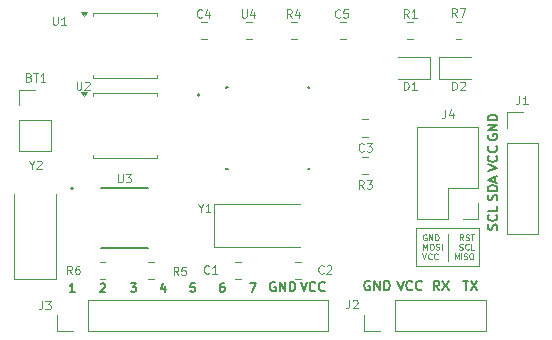
<source format=gto>
%TF.GenerationSoftware,KiCad,Pcbnew,8.0.7*%
%TF.CreationDate,2025-02-10T19:55:19+01:00*%
%TF.ProjectId,0004-MCU-Datalogger,30303034-2d4d-4435-952d-446174616c6f,1*%
%TF.SameCoordinates,Original*%
%TF.FileFunction,Legend,Top*%
%TF.FilePolarity,Positive*%
%FSLAX46Y46*%
G04 Gerber Fmt 4.6, Leading zero omitted, Abs format (unit mm)*
G04 Created by KiCad (PCBNEW 8.0.7) date 2025-02-10 19:55:19*
%MOMM*%
%LPD*%
G01*
G04 APERTURE LIST*
%ADD10C,0.100000*%
%ADD11C,0.150000*%
%ADD12C,0.120000*%
%ADD13C,0.127000*%
%ADD14C,0.200000*%
G04 APERTURE END LIST*
D10*
X156718000Y-78359000D02*
X162052000Y-78359000D01*
X162052000Y-81534000D01*
X156718000Y-81534000D01*
X156718000Y-78359000D01*
X159385000Y-78867000D02*
X159385000Y-81153000D01*
D11*
X132566667Y-83006533D02*
X133000000Y-83006533D01*
X133000000Y-83006533D02*
X132766667Y-83273200D01*
X132766667Y-83273200D02*
X132866667Y-83273200D01*
X132866667Y-83273200D02*
X132933333Y-83306533D01*
X132933333Y-83306533D02*
X132966667Y-83339866D01*
X132966667Y-83339866D02*
X133000000Y-83406533D01*
X133000000Y-83406533D02*
X133000000Y-83573200D01*
X133000000Y-83573200D02*
X132966667Y-83639866D01*
X132966667Y-83639866D02*
X132933333Y-83673200D01*
X132933333Y-83673200D02*
X132866667Y-83706533D01*
X132866667Y-83706533D02*
X132666667Y-83706533D01*
X132666667Y-83706533D02*
X132600000Y-83673200D01*
X132600000Y-83673200D02*
X132566667Y-83639866D01*
X137966667Y-83006533D02*
X137633333Y-83006533D01*
X137633333Y-83006533D02*
X137600000Y-83339866D01*
X137600000Y-83339866D02*
X137633333Y-83306533D01*
X137633333Y-83306533D02*
X137700000Y-83273200D01*
X137700000Y-83273200D02*
X137866667Y-83273200D01*
X137866667Y-83273200D02*
X137933333Y-83306533D01*
X137933333Y-83306533D02*
X137966667Y-83339866D01*
X137966667Y-83339866D02*
X138000000Y-83406533D01*
X138000000Y-83406533D02*
X138000000Y-83573200D01*
X138000000Y-83573200D02*
X137966667Y-83639866D01*
X137966667Y-83639866D02*
X137933333Y-83673200D01*
X137933333Y-83673200D02*
X137866667Y-83706533D01*
X137866667Y-83706533D02*
X137700000Y-83706533D01*
X137700000Y-83706533D02*
X137633333Y-83673200D01*
X137633333Y-83673200D02*
X137600000Y-83639866D01*
X144790476Y-82932390D02*
X144714286Y-82894295D01*
X144714286Y-82894295D02*
X144600000Y-82894295D01*
X144600000Y-82894295D02*
X144485714Y-82932390D01*
X144485714Y-82932390D02*
X144409524Y-83008580D01*
X144409524Y-83008580D02*
X144371429Y-83084771D01*
X144371429Y-83084771D02*
X144333333Y-83237152D01*
X144333333Y-83237152D02*
X144333333Y-83351438D01*
X144333333Y-83351438D02*
X144371429Y-83503819D01*
X144371429Y-83503819D02*
X144409524Y-83580009D01*
X144409524Y-83580009D02*
X144485714Y-83656200D01*
X144485714Y-83656200D02*
X144600000Y-83694295D01*
X144600000Y-83694295D02*
X144676191Y-83694295D01*
X144676191Y-83694295D02*
X144790476Y-83656200D01*
X144790476Y-83656200D02*
X144828572Y-83618104D01*
X144828572Y-83618104D02*
X144828572Y-83351438D01*
X144828572Y-83351438D02*
X144676191Y-83351438D01*
X145171429Y-83694295D02*
X145171429Y-82894295D01*
X145171429Y-82894295D02*
X145628572Y-83694295D01*
X145628572Y-83694295D02*
X145628572Y-82894295D01*
X146009524Y-83694295D02*
X146009524Y-82894295D01*
X146009524Y-82894295D02*
X146200000Y-82894295D01*
X146200000Y-82894295D02*
X146314286Y-82932390D01*
X146314286Y-82932390D02*
X146390476Y-83008580D01*
X146390476Y-83008580D02*
X146428571Y-83084771D01*
X146428571Y-83084771D02*
X146466667Y-83237152D01*
X146466667Y-83237152D02*
X146466667Y-83351438D01*
X146466667Y-83351438D02*
X146428571Y-83503819D01*
X146428571Y-83503819D02*
X146390476Y-83580009D01*
X146390476Y-83580009D02*
X146314286Y-83656200D01*
X146314286Y-83656200D02*
X146200000Y-83694295D01*
X146200000Y-83694295D02*
X146009524Y-83694295D01*
X163556200Y-78452381D02*
X163594295Y-78338095D01*
X163594295Y-78338095D02*
X163594295Y-78147619D01*
X163594295Y-78147619D02*
X163556200Y-78071428D01*
X163556200Y-78071428D02*
X163518104Y-78033333D01*
X163518104Y-78033333D02*
X163441914Y-77995238D01*
X163441914Y-77995238D02*
X163365723Y-77995238D01*
X163365723Y-77995238D02*
X163289533Y-78033333D01*
X163289533Y-78033333D02*
X163251438Y-78071428D01*
X163251438Y-78071428D02*
X163213342Y-78147619D01*
X163213342Y-78147619D02*
X163175247Y-78300000D01*
X163175247Y-78300000D02*
X163137152Y-78376190D01*
X163137152Y-78376190D02*
X163099057Y-78414285D01*
X163099057Y-78414285D02*
X163022866Y-78452381D01*
X163022866Y-78452381D02*
X162946676Y-78452381D01*
X162946676Y-78452381D02*
X162870485Y-78414285D01*
X162870485Y-78414285D02*
X162832390Y-78376190D01*
X162832390Y-78376190D02*
X162794295Y-78300000D01*
X162794295Y-78300000D02*
X162794295Y-78109523D01*
X162794295Y-78109523D02*
X162832390Y-77995238D01*
X163518104Y-77195237D02*
X163556200Y-77233333D01*
X163556200Y-77233333D02*
X163594295Y-77347618D01*
X163594295Y-77347618D02*
X163594295Y-77423809D01*
X163594295Y-77423809D02*
X163556200Y-77538095D01*
X163556200Y-77538095D02*
X163480009Y-77614285D01*
X163480009Y-77614285D02*
X163403819Y-77652380D01*
X163403819Y-77652380D02*
X163251438Y-77690476D01*
X163251438Y-77690476D02*
X163137152Y-77690476D01*
X163137152Y-77690476D02*
X162984771Y-77652380D01*
X162984771Y-77652380D02*
X162908580Y-77614285D01*
X162908580Y-77614285D02*
X162832390Y-77538095D01*
X162832390Y-77538095D02*
X162794295Y-77423809D01*
X162794295Y-77423809D02*
X162794295Y-77347618D01*
X162794295Y-77347618D02*
X162832390Y-77233333D01*
X162832390Y-77233333D02*
X162870485Y-77195237D01*
X163594295Y-76471428D02*
X163594295Y-76852380D01*
X163594295Y-76852380D02*
X162794295Y-76852380D01*
X152790476Y-82832390D02*
X152714286Y-82794295D01*
X152714286Y-82794295D02*
X152600000Y-82794295D01*
X152600000Y-82794295D02*
X152485714Y-82832390D01*
X152485714Y-82832390D02*
X152409524Y-82908580D01*
X152409524Y-82908580D02*
X152371429Y-82984771D01*
X152371429Y-82984771D02*
X152333333Y-83137152D01*
X152333333Y-83137152D02*
X152333333Y-83251438D01*
X152333333Y-83251438D02*
X152371429Y-83403819D01*
X152371429Y-83403819D02*
X152409524Y-83480009D01*
X152409524Y-83480009D02*
X152485714Y-83556200D01*
X152485714Y-83556200D02*
X152600000Y-83594295D01*
X152600000Y-83594295D02*
X152676191Y-83594295D01*
X152676191Y-83594295D02*
X152790476Y-83556200D01*
X152790476Y-83556200D02*
X152828572Y-83518104D01*
X152828572Y-83518104D02*
X152828572Y-83251438D01*
X152828572Y-83251438D02*
X152676191Y-83251438D01*
X153171429Y-83594295D02*
X153171429Y-82794295D01*
X153171429Y-82794295D02*
X153628572Y-83594295D01*
X153628572Y-83594295D02*
X153628572Y-82794295D01*
X154009524Y-83594295D02*
X154009524Y-82794295D01*
X154009524Y-82794295D02*
X154200000Y-82794295D01*
X154200000Y-82794295D02*
X154314286Y-82832390D01*
X154314286Y-82832390D02*
X154390476Y-82908580D01*
X154390476Y-82908580D02*
X154428571Y-82984771D01*
X154428571Y-82984771D02*
X154466667Y-83137152D01*
X154466667Y-83137152D02*
X154466667Y-83251438D01*
X154466667Y-83251438D02*
X154428571Y-83403819D01*
X154428571Y-83403819D02*
X154390476Y-83480009D01*
X154390476Y-83480009D02*
X154314286Y-83556200D01*
X154314286Y-83556200D02*
X154200000Y-83594295D01*
X154200000Y-83594295D02*
X154009524Y-83594295D01*
X158666667Y-83594295D02*
X158400000Y-83213342D01*
X158209524Y-83594295D02*
X158209524Y-82794295D01*
X158209524Y-82794295D02*
X158514286Y-82794295D01*
X158514286Y-82794295D02*
X158590476Y-82832390D01*
X158590476Y-82832390D02*
X158628571Y-82870485D01*
X158628571Y-82870485D02*
X158666667Y-82946676D01*
X158666667Y-82946676D02*
X158666667Y-83060961D01*
X158666667Y-83060961D02*
X158628571Y-83137152D01*
X158628571Y-83137152D02*
X158590476Y-83175247D01*
X158590476Y-83175247D02*
X158514286Y-83213342D01*
X158514286Y-83213342D02*
X158209524Y-83213342D01*
X158933333Y-82794295D02*
X159466667Y-83594295D01*
X159466667Y-82794295D02*
X158933333Y-83594295D01*
X160690476Y-82794295D02*
X161147619Y-82794295D01*
X160919047Y-83594295D02*
X160919047Y-82794295D01*
X161338095Y-82794295D02*
X161871429Y-83594295D01*
X161871429Y-82794295D02*
X161338095Y-83594295D01*
X163556200Y-75971428D02*
X163594295Y-75857142D01*
X163594295Y-75857142D02*
X163594295Y-75666666D01*
X163594295Y-75666666D02*
X163556200Y-75590475D01*
X163556200Y-75590475D02*
X163518104Y-75552380D01*
X163518104Y-75552380D02*
X163441914Y-75514285D01*
X163441914Y-75514285D02*
X163365723Y-75514285D01*
X163365723Y-75514285D02*
X163289533Y-75552380D01*
X163289533Y-75552380D02*
X163251438Y-75590475D01*
X163251438Y-75590475D02*
X163213342Y-75666666D01*
X163213342Y-75666666D02*
X163175247Y-75819047D01*
X163175247Y-75819047D02*
X163137152Y-75895237D01*
X163137152Y-75895237D02*
X163099057Y-75933332D01*
X163099057Y-75933332D02*
X163022866Y-75971428D01*
X163022866Y-75971428D02*
X162946676Y-75971428D01*
X162946676Y-75971428D02*
X162870485Y-75933332D01*
X162870485Y-75933332D02*
X162832390Y-75895237D01*
X162832390Y-75895237D02*
X162794295Y-75819047D01*
X162794295Y-75819047D02*
X162794295Y-75628570D01*
X162794295Y-75628570D02*
X162832390Y-75514285D01*
X163594295Y-75171427D02*
X162794295Y-75171427D01*
X162794295Y-75171427D02*
X162794295Y-74980951D01*
X162794295Y-74980951D02*
X162832390Y-74866665D01*
X162832390Y-74866665D02*
X162908580Y-74790475D01*
X162908580Y-74790475D02*
X162984771Y-74752380D01*
X162984771Y-74752380D02*
X163137152Y-74714284D01*
X163137152Y-74714284D02*
X163251438Y-74714284D01*
X163251438Y-74714284D02*
X163403819Y-74752380D01*
X163403819Y-74752380D02*
X163480009Y-74790475D01*
X163480009Y-74790475D02*
X163556200Y-74866665D01*
X163556200Y-74866665D02*
X163594295Y-74980951D01*
X163594295Y-74980951D02*
X163594295Y-75171427D01*
X163365723Y-74409523D02*
X163365723Y-74028570D01*
X163594295Y-74485713D02*
X162794295Y-74219046D01*
X162794295Y-74219046D02*
X163594295Y-73952380D01*
X127800000Y-83706533D02*
X127400000Y-83706533D01*
X127600000Y-83706533D02*
X127600000Y-83006533D01*
X127600000Y-83006533D02*
X127533333Y-83106533D01*
X127533333Y-83106533D02*
X127466667Y-83173200D01*
X127466667Y-83173200D02*
X127400000Y-83206533D01*
X155133333Y-82794295D02*
X155400000Y-83594295D01*
X155400000Y-83594295D02*
X155666666Y-82794295D01*
X156390476Y-83518104D02*
X156352380Y-83556200D01*
X156352380Y-83556200D02*
X156238095Y-83594295D01*
X156238095Y-83594295D02*
X156161904Y-83594295D01*
X156161904Y-83594295D02*
X156047618Y-83556200D01*
X156047618Y-83556200D02*
X155971428Y-83480009D01*
X155971428Y-83480009D02*
X155933333Y-83403819D01*
X155933333Y-83403819D02*
X155895237Y-83251438D01*
X155895237Y-83251438D02*
X155895237Y-83137152D01*
X155895237Y-83137152D02*
X155933333Y-82984771D01*
X155933333Y-82984771D02*
X155971428Y-82908580D01*
X155971428Y-82908580D02*
X156047618Y-82832390D01*
X156047618Y-82832390D02*
X156161904Y-82794295D01*
X156161904Y-82794295D02*
X156238095Y-82794295D01*
X156238095Y-82794295D02*
X156352380Y-82832390D01*
X156352380Y-82832390D02*
X156390476Y-82870485D01*
X157190476Y-83518104D02*
X157152380Y-83556200D01*
X157152380Y-83556200D02*
X157038095Y-83594295D01*
X157038095Y-83594295D02*
X156961904Y-83594295D01*
X156961904Y-83594295D02*
X156847618Y-83556200D01*
X156847618Y-83556200D02*
X156771428Y-83480009D01*
X156771428Y-83480009D02*
X156733333Y-83403819D01*
X156733333Y-83403819D02*
X156695237Y-83251438D01*
X156695237Y-83251438D02*
X156695237Y-83137152D01*
X156695237Y-83137152D02*
X156733333Y-82984771D01*
X156733333Y-82984771D02*
X156771428Y-82908580D01*
X156771428Y-82908580D02*
X156847618Y-82832390D01*
X156847618Y-82832390D02*
X156961904Y-82794295D01*
X156961904Y-82794295D02*
X157038095Y-82794295D01*
X157038095Y-82794295D02*
X157152380Y-82832390D01*
X157152380Y-82832390D02*
X157190476Y-82870485D01*
X146933333Y-82894295D02*
X147200000Y-83694295D01*
X147200000Y-83694295D02*
X147466666Y-82894295D01*
X148190476Y-83618104D02*
X148152380Y-83656200D01*
X148152380Y-83656200D02*
X148038095Y-83694295D01*
X148038095Y-83694295D02*
X147961904Y-83694295D01*
X147961904Y-83694295D02*
X147847618Y-83656200D01*
X147847618Y-83656200D02*
X147771428Y-83580009D01*
X147771428Y-83580009D02*
X147733333Y-83503819D01*
X147733333Y-83503819D02*
X147695237Y-83351438D01*
X147695237Y-83351438D02*
X147695237Y-83237152D01*
X147695237Y-83237152D02*
X147733333Y-83084771D01*
X147733333Y-83084771D02*
X147771428Y-83008580D01*
X147771428Y-83008580D02*
X147847618Y-82932390D01*
X147847618Y-82932390D02*
X147961904Y-82894295D01*
X147961904Y-82894295D02*
X148038095Y-82894295D01*
X148038095Y-82894295D02*
X148152380Y-82932390D01*
X148152380Y-82932390D02*
X148190476Y-82970485D01*
X148990476Y-83618104D02*
X148952380Y-83656200D01*
X148952380Y-83656200D02*
X148838095Y-83694295D01*
X148838095Y-83694295D02*
X148761904Y-83694295D01*
X148761904Y-83694295D02*
X148647618Y-83656200D01*
X148647618Y-83656200D02*
X148571428Y-83580009D01*
X148571428Y-83580009D02*
X148533333Y-83503819D01*
X148533333Y-83503819D02*
X148495237Y-83351438D01*
X148495237Y-83351438D02*
X148495237Y-83237152D01*
X148495237Y-83237152D02*
X148533333Y-83084771D01*
X148533333Y-83084771D02*
X148571428Y-83008580D01*
X148571428Y-83008580D02*
X148647618Y-82932390D01*
X148647618Y-82932390D02*
X148761904Y-82894295D01*
X148761904Y-82894295D02*
X148838095Y-82894295D01*
X148838095Y-82894295D02*
X148952380Y-82932390D01*
X148952380Y-82932390D02*
X148990476Y-82970485D01*
X140433333Y-83006533D02*
X140300000Y-83006533D01*
X140300000Y-83006533D02*
X140233333Y-83039866D01*
X140233333Y-83039866D02*
X140200000Y-83073200D01*
X140200000Y-83073200D02*
X140133333Y-83173200D01*
X140133333Y-83173200D02*
X140100000Y-83306533D01*
X140100000Y-83306533D02*
X140100000Y-83573200D01*
X140100000Y-83573200D02*
X140133333Y-83639866D01*
X140133333Y-83639866D02*
X140166667Y-83673200D01*
X140166667Y-83673200D02*
X140233333Y-83706533D01*
X140233333Y-83706533D02*
X140366667Y-83706533D01*
X140366667Y-83706533D02*
X140433333Y-83673200D01*
X140433333Y-83673200D02*
X140466667Y-83639866D01*
X140466667Y-83639866D02*
X140500000Y-83573200D01*
X140500000Y-83573200D02*
X140500000Y-83406533D01*
X140500000Y-83406533D02*
X140466667Y-83339866D01*
X140466667Y-83339866D02*
X140433333Y-83306533D01*
X140433333Y-83306533D02*
X140366667Y-83273200D01*
X140366667Y-83273200D02*
X140233333Y-83273200D01*
X140233333Y-83273200D02*
X140166667Y-83306533D01*
X140166667Y-83306533D02*
X140133333Y-83339866D01*
X140133333Y-83339866D02*
X140100000Y-83406533D01*
X135433333Y-83239866D02*
X135433333Y-83706533D01*
X135266667Y-82973200D02*
X135100000Y-83473200D01*
X135100000Y-83473200D02*
X135533333Y-83473200D01*
X130000000Y-83073200D02*
X130033333Y-83039866D01*
X130033333Y-83039866D02*
X130100000Y-83006533D01*
X130100000Y-83006533D02*
X130266667Y-83006533D01*
X130266667Y-83006533D02*
X130333333Y-83039866D01*
X130333333Y-83039866D02*
X130366667Y-83073200D01*
X130366667Y-83073200D02*
X130400000Y-83139866D01*
X130400000Y-83139866D02*
X130400000Y-83206533D01*
X130400000Y-83206533D02*
X130366667Y-83306533D01*
X130366667Y-83306533D02*
X129966667Y-83706533D01*
X129966667Y-83706533D02*
X130400000Y-83706533D01*
D10*
X157577741Y-78879475D02*
X157530122Y-78855665D01*
X157530122Y-78855665D02*
X157458693Y-78855665D01*
X157458693Y-78855665D02*
X157387265Y-78879475D01*
X157387265Y-78879475D02*
X157339646Y-78927094D01*
X157339646Y-78927094D02*
X157315836Y-78974713D01*
X157315836Y-78974713D02*
X157292027Y-79069951D01*
X157292027Y-79069951D02*
X157292027Y-79141379D01*
X157292027Y-79141379D02*
X157315836Y-79236617D01*
X157315836Y-79236617D02*
X157339646Y-79284236D01*
X157339646Y-79284236D02*
X157387265Y-79331856D01*
X157387265Y-79331856D02*
X157458693Y-79355665D01*
X157458693Y-79355665D02*
X157506312Y-79355665D01*
X157506312Y-79355665D02*
X157577741Y-79331856D01*
X157577741Y-79331856D02*
X157601550Y-79308046D01*
X157601550Y-79308046D02*
X157601550Y-79141379D01*
X157601550Y-79141379D02*
X157506312Y-79141379D01*
X157815836Y-79355665D02*
X157815836Y-78855665D01*
X157815836Y-78855665D02*
X158101550Y-79355665D01*
X158101550Y-79355665D02*
X158101550Y-78855665D01*
X158339646Y-79355665D02*
X158339646Y-78855665D01*
X158339646Y-78855665D02*
X158458694Y-78855665D01*
X158458694Y-78855665D02*
X158530122Y-78879475D01*
X158530122Y-78879475D02*
X158577741Y-78927094D01*
X158577741Y-78927094D02*
X158601551Y-78974713D01*
X158601551Y-78974713D02*
X158625360Y-79069951D01*
X158625360Y-79069951D02*
X158625360Y-79141379D01*
X158625360Y-79141379D02*
X158601551Y-79236617D01*
X158601551Y-79236617D02*
X158577741Y-79284236D01*
X158577741Y-79284236D02*
X158530122Y-79331856D01*
X158530122Y-79331856D02*
X158458694Y-79355665D01*
X158458694Y-79355665D02*
X158339646Y-79355665D01*
X157315836Y-80160637D02*
X157315836Y-79660637D01*
X157315836Y-79660637D02*
X157482503Y-80017780D01*
X157482503Y-80017780D02*
X157649169Y-79660637D01*
X157649169Y-79660637D02*
X157649169Y-80160637D01*
X157982503Y-79660637D02*
X158077741Y-79660637D01*
X158077741Y-79660637D02*
X158125360Y-79684447D01*
X158125360Y-79684447D02*
X158172979Y-79732066D01*
X158172979Y-79732066D02*
X158196789Y-79827304D01*
X158196789Y-79827304D02*
X158196789Y-79993970D01*
X158196789Y-79993970D02*
X158172979Y-80089208D01*
X158172979Y-80089208D02*
X158125360Y-80136828D01*
X158125360Y-80136828D02*
X158077741Y-80160637D01*
X158077741Y-80160637D02*
X157982503Y-80160637D01*
X157982503Y-80160637D02*
X157934884Y-80136828D01*
X157934884Y-80136828D02*
X157887265Y-80089208D01*
X157887265Y-80089208D02*
X157863456Y-79993970D01*
X157863456Y-79993970D02*
X157863456Y-79827304D01*
X157863456Y-79827304D02*
X157887265Y-79732066D01*
X157887265Y-79732066D02*
X157934884Y-79684447D01*
X157934884Y-79684447D02*
X157982503Y-79660637D01*
X158387266Y-80136828D02*
X158458694Y-80160637D01*
X158458694Y-80160637D02*
X158577742Y-80160637D01*
X158577742Y-80160637D02*
X158625361Y-80136828D01*
X158625361Y-80136828D02*
X158649170Y-80113018D01*
X158649170Y-80113018D02*
X158672980Y-80065399D01*
X158672980Y-80065399D02*
X158672980Y-80017780D01*
X158672980Y-80017780D02*
X158649170Y-79970161D01*
X158649170Y-79970161D02*
X158625361Y-79946351D01*
X158625361Y-79946351D02*
X158577742Y-79922542D01*
X158577742Y-79922542D02*
X158482504Y-79898732D01*
X158482504Y-79898732D02*
X158434885Y-79874923D01*
X158434885Y-79874923D02*
X158411075Y-79851113D01*
X158411075Y-79851113D02*
X158387266Y-79803494D01*
X158387266Y-79803494D02*
X158387266Y-79755875D01*
X158387266Y-79755875D02*
X158411075Y-79708256D01*
X158411075Y-79708256D02*
X158434885Y-79684447D01*
X158434885Y-79684447D02*
X158482504Y-79660637D01*
X158482504Y-79660637D02*
X158601551Y-79660637D01*
X158601551Y-79660637D02*
X158672980Y-79684447D01*
X158887265Y-80160637D02*
X158887265Y-79660637D01*
X157244408Y-80465609D02*
X157411074Y-80965609D01*
X157411074Y-80965609D02*
X157577741Y-80465609D01*
X158030121Y-80917990D02*
X158006312Y-80941800D01*
X158006312Y-80941800D02*
X157934883Y-80965609D01*
X157934883Y-80965609D02*
X157887264Y-80965609D01*
X157887264Y-80965609D02*
X157815836Y-80941800D01*
X157815836Y-80941800D02*
X157768217Y-80894180D01*
X157768217Y-80894180D02*
X157744407Y-80846561D01*
X157744407Y-80846561D02*
X157720598Y-80751323D01*
X157720598Y-80751323D02*
X157720598Y-80679895D01*
X157720598Y-80679895D02*
X157744407Y-80584657D01*
X157744407Y-80584657D02*
X157768217Y-80537038D01*
X157768217Y-80537038D02*
X157815836Y-80489419D01*
X157815836Y-80489419D02*
X157887264Y-80465609D01*
X157887264Y-80465609D02*
X157934883Y-80465609D01*
X157934883Y-80465609D02*
X158006312Y-80489419D01*
X158006312Y-80489419D02*
X158030121Y-80513228D01*
X158530121Y-80917990D02*
X158506312Y-80941800D01*
X158506312Y-80941800D02*
X158434883Y-80965609D01*
X158434883Y-80965609D02*
X158387264Y-80965609D01*
X158387264Y-80965609D02*
X158315836Y-80941800D01*
X158315836Y-80941800D02*
X158268217Y-80894180D01*
X158268217Y-80894180D02*
X158244407Y-80846561D01*
X158244407Y-80846561D02*
X158220598Y-80751323D01*
X158220598Y-80751323D02*
X158220598Y-80679895D01*
X158220598Y-80679895D02*
X158244407Y-80584657D01*
X158244407Y-80584657D02*
X158268217Y-80537038D01*
X158268217Y-80537038D02*
X158315836Y-80489419D01*
X158315836Y-80489419D02*
X158387264Y-80465609D01*
X158387264Y-80465609D02*
X158434883Y-80465609D01*
X158434883Y-80465609D02*
X158506312Y-80489419D01*
X158506312Y-80489419D02*
X158530121Y-80513228D01*
D11*
X162832390Y-70409523D02*
X162794295Y-70485713D01*
X162794295Y-70485713D02*
X162794295Y-70599999D01*
X162794295Y-70599999D02*
X162832390Y-70714285D01*
X162832390Y-70714285D02*
X162908580Y-70790475D01*
X162908580Y-70790475D02*
X162984771Y-70828570D01*
X162984771Y-70828570D02*
X163137152Y-70866666D01*
X163137152Y-70866666D02*
X163251438Y-70866666D01*
X163251438Y-70866666D02*
X163403819Y-70828570D01*
X163403819Y-70828570D02*
X163480009Y-70790475D01*
X163480009Y-70790475D02*
X163556200Y-70714285D01*
X163556200Y-70714285D02*
X163594295Y-70599999D01*
X163594295Y-70599999D02*
X163594295Y-70523808D01*
X163594295Y-70523808D02*
X163556200Y-70409523D01*
X163556200Y-70409523D02*
X163518104Y-70371427D01*
X163518104Y-70371427D02*
X163251438Y-70371427D01*
X163251438Y-70371427D02*
X163251438Y-70523808D01*
X163594295Y-70028570D02*
X162794295Y-70028570D01*
X162794295Y-70028570D02*
X163594295Y-69571427D01*
X163594295Y-69571427D02*
X162794295Y-69571427D01*
X163594295Y-69190475D02*
X162794295Y-69190475D01*
X162794295Y-69190475D02*
X162794295Y-68999999D01*
X162794295Y-68999999D02*
X162832390Y-68885713D01*
X162832390Y-68885713D02*
X162908580Y-68809523D01*
X162908580Y-68809523D02*
X162984771Y-68771428D01*
X162984771Y-68771428D02*
X163137152Y-68733332D01*
X163137152Y-68733332D02*
X163251438Y-68733332D01*
X163251438Y-68733332D02*
X163403819Y-68771428D01*
X163403819Y-68771428D02*
X163480009Y-68809523D01*
X163480009Y-68809523D02*
X163556200Y-68885713D01*
X163556200Y-68885713D02*
X163594295Y-68999999D01*
X163594295Y-68999999D02*
X163594295Y-69190475D01*
D10*
X160712830Y-79355665D02*
X160546164Y-79117570D01*
X160427116Y-79355665D02*
X160427116Y-78855665D01*
X160427116Y-78855665D02*
X160617592Y-78855665D01*
X160617592Y-78855665D02*
X160665211Y-78879475D01*
X160665211Y-78879475D02*
X160689021Y-78903284D01*
X160689021Y-78903284D02*
X160712830Y-78950903D01*
X160712830Y-78950903D02*
X160712830Y-79022332D01*
X160712830Y-79022332D02*
X160689021Y-79069951D01*
X160689021Y-79069951D02*
X160665211Y-79093760D01*
X160665211Y-79093760D02*
X160617592Y-79117570D01*
X160617592Y-79117570D02*
X160427116Y-79117570D01*
X160903307Y-79331856D02*
X160974735Y-79355665D01*
X160974735Y-79355665D02*
X161093783Y-79355665D01*
X161093783Y-79355665D02*
X161141402Y-79331856D01*
X161141402Y-79331856D02*
X161165211Y-79308046D01*
X161165211Y-79308046D02*
X161189021Y-79260427D01*
X161189021Y-79260427D02*
X161189021Y-79212808D01*
X161189021Y-79212808D02*
X161165211Y-79165189D01*
X161165211Y-79165189D02*
X161141402Y-79141379D01*
X161141402Y-79141379D02*
X161093783Y-79117570D01*
X161093783Y-79117570D02*
X160998545Y-79093760D01*
X160998545Y-79093760D02*
X160950926Y-79069951D01*
X160950926Y-79069951D02*
X160927116Y-79046141D01*
X160927116Y-79046141D02*
X160903307Y-78998522D01*
X160903307Y-78998522D02*
X160903307Y-78950903D01*
X160903307Y-78950903D02*
X160927116Y-78903284D01*
X160927116Y-78903284D02*
X160950926Y-78879475D01*
X160950926Y-78879475D02*
X160998545Y-78855665D01*
X160998545Y-78855665D02*
X161117592Y-78855665D01*
X161117592Y-78855665D02*
X161189021Y-78879475D01*
X161331878Y-78855665D02*
X161617592Y-78855665D01*
X161474735Y-79355665D02*
X161474735Y-78855665D01*
X160379497Y-80136828D02*
X160450925Y-80160637D01*
X160450925Y-80160637D02*
X160569973Y-80160637D01*
X160569973Y-80160637D02*
X160617592Y-80136828D01*
X160617592Y-80136828D02*
X160641401Y-80113018D01*
X160641401Y-80113018D02*
X160665211Y-80065399D01*
X160665211Y-80065399D02*
X160665211Y-80017780D01*
X160665211Y-80017780D02*
X160641401Y-79970161D01*
X160641401Y-79970161D02*
X160617592Y-79946351D01*
X160617592Y-79946351D02*
X160569973Y-79922542D01*
X160569973Y-79922542D02*
X160474735Y-79898732D01*
X160474735Y-79898732D02*
X160427116Y-79874923D01*
X160427116Y-79874923D02*
X160403306Y-79851113D01*
X160403306Y-79851113D02*
X160379497Y-79803494D01*
X160379497Y-79803494D02*
X160379497Y-79755875D01*
X160379497Y-79755875D02*
X160403306Y-79708256D01*
X160403306Y-79708256D02*
X160427116Y-79684447D01*
X160427116Y-79684447D02*
X160474735Y-79660637D01*
X160474735Y-79660637D02*
X160593782Y-79660637D01*
X160593782Y-79660637D02*
X160665211Y-79684447D01*
X161165210Y-80113018D02*
X161141401Y-80136828D01*
X161141401Y-80136828D02*
X161069972Y-80160637D01*
X161069972Y-80160637D02*
X161022353Y-80160637D01*
X161022353Y-80160637D02*
X160950925Y-80136828D01*
X160950925Y-80136828D02*
X160903306Y-80089208D01*
X160903306Y-80089208D02*
X160879496Y-80041589D01*
X160879496Y-80041589D02*
X160855687Y-79946351D01*
X160855687Y-79946351D02*
X160855687Y-79874923D01*
X160855687Y-79874923D02*
X160879496Y-79779685D01*
X160879496Y-79779685D02*
X160903306Y-79732066D01*
X160903306Y-79732066D02*
X160950925Y-79684447D01*
X160950925Y-79684447D02*
X161022353Y-79660637D01*
X161022353Y-79660637D02*
X161069972Y-79660637D01*
X161069972Y-79660637D02*
X161141401Y-79684447D01*
X161141401Y-79684447D02*
X161165210Y-79708256D01*
X161617591Y-80160637D02*
X161379496Y-80160637D01*
X161379496Y-80160637D02*
X161379496Y-79660637D01*
X159974734Y-80965609D02*
X159974734Y-80465609D01*
X159974734Y-80465609D02*
X160141401Y-80822752D01*
X160141401Y-80822752D02*
X160308067Y-80465609D01*
X160308067Y-80465609D02*
X160308067Y-80965609D01*
X160546163Y-80965609D02*
X160546163Y-80465609D01*
X160760449Y-80941800D02*
X160831877Y-80965609D01*
X160831877Y-80965609D02*
X160950925Y-80965609D01*
X160950925Y-80965609D02*
X160998544Y-80941800D01*
X160998544Y-80941800D02*
X161022353Y-80917990D01*
X161022353Y-80917990D02*
X161046163Y-80870371D01*
X161046163Y-80870371D02*
X161046163Y-80822752D01*
X161046163Y-80822752D02*
X161022353Y-80775133D01*
X161022353Y-80775133D02*
X160998544Y-80751323D01*
X160998544Y-80751323D02*
X160950925Y-80727514D01*
X160950925Y-80727514D02*
X160855687Y-80703704D01*
X160855687Y-80703704D02*
X160808068Y-80679895D01*
X160808068Y-80679895D02*
X160784258Y-80656085D01*
X160784258Y-80656085D02*
X160760449Y-80608466D01*
X160760449Y-80608466D02*
X160760449Y-80560847D01*
X160760449Y-80560847D02*
X160784258Y-80513228D01*
X160784258Y-80513228D02*
X160808068Y-80489419D01*
X160808068Y-80489419D02*
X160855687Y-80465609D01*
X160855687Y-80465609D02*
X160974734Y-80465609D01*
X160974734Y-80465609D02*
X161046163Y-80489419D01*
X161355686Y-80465609D02*
X161450924Y-80465609D01*
X161450924Y-80465609D02*
X161498543Y-80489419D01*
X161498543Y-80489419D02*
X161546162Y-80537038D01*
X161546162Y-80537038D02*
X161569972Y-80632276D01*
X161569972Y-80632276D02*
X161569972Y-80798942D01*
X161569972Y-80798942D02*
X161546162Y-80894180D01*
X161546162Y-80894180D02*
X161498543Y-80941800D01*
X161498543Y-80941800D02*
X161450924Y-80965609D01*
X161450924Y-80965609D02*
X161355686Y-80965609D01*
X161355686Y-80965609D02*
X161308067Y-80941800D01*
X161308067Y-80941800D02*
X161260448Y-80894180D01*
X161260448Y-80894180D02*
X161236639Y-80798942D01*
X161236639Y-80798942D02*
X161236639Y-80632276D01*
X161236639Y-80632276D02*
X161260448Y-80537038D01*
X161260448Y-80537038D02*
X161308067Y-80489419D01*
X161308067Y-80489419D02*
X161355686Y-80465609D01*
D11*
X142666667Y-83006533D02*
X143133333Y-83006533D01*
X143133333Y-83006533D02*
X142833333Y-83706533D01*
X162794295Y-73466666D02*
X163594295Y-73199999D01*
X163594295Y-73199999D02*
X162794295Y-72933333D01*
X163518104Y-72209523D02*
X163556200Y-72247619D01*
X163556200Y-72247619D02*
X163594295Y-72361904D01*
X163594295Y-72361904D02*
X163594295Y-72438095D01*
X163594295Y-72438095D02*
X163556200Y-72552381D01*
X163556200Y-72552381D02*
X163480009Y-72628571D01*
X163480009Y-72628571D02*
X163403819Y-72666666D01*
X163403819Y-72666666D02*
X163251438Y-72704762D01*
X163251438Y-72704762D02*
X163137152Y-72704762D01*
X163137152Y-72704762D02*
X162984771Y-72666666D01*
X162984771Y-72666666D02*
X162908580Y-72628571D01*
X162908580Y-72628571D02*
X162832390Y-72552381D01*
X162832390Y-72552381D02*
X162794295Y-72438095D01*
X162794295Y-72438095D02*
X162794295Y-72361904D01*
X162794295Y-72361904D02*
X162832390Y-72247619D01*
X162832390Y-72247619D02*
X162870485Y-72209523D01*
X163518104Y-71409523D02*
X163556200Y-71447619D01*
X163556200Y-71447619D02*
X163594295Y-71561904D01*
X163594295Y-71561904D02*
X163594295Y-71638095D01*
X163594295Y-71638095D02*
X163556200Y-71752381D01*
X163556200Y-71752381D02*
X163480009Y-71828571D01*
X163480009Y-71828571D02*
X163403819Y-71866666D01*
X163403819Y-71866666D02*
X163251438Y-71904762D01*
X163251438Y-71904762D02*
X163137152Y-71904762D01*
X163137152Y-71904762D02*
X162984771Y-71866666D01*
X162984771Y-71866666D02*
X162908580Y-71828571D01*
X162908580Y-71828571D02*
X162832390Y-71752381D01*
X162832390Y-71752381D02*
X162794295Y-71638095D01*
X162794295Y-71638095D02*
X162794295Y-71561904D01*
X162794295Y-71561904D02*
X162832390Y-71447619D01*
X162832390Y-71447619D02*
X162870485Y-71409523D01*
D10*
X160183333Y-60418633D02*
X159950000Y-60085300D01*
X159783333Y-60418633D02*
X159783333Y-59718633D01*
X159783333Y-59718633D02*
X160050000Y-59718633D01*
X160050000Y-59718633D02*
X160116667Y-59751966D01*
X160116667Y-59751966D02*
X160150000Y-59785300D01*
X160150000Y-59785300D02*
X160183333Y-59851966D01*
X160183333Y-59851966D02*
X160183333Y-59951966D01*
X160183333Y-59951966D02*
X160150000Y-60018633D01*
X160150000Y-60018633D02*
X160116667Y-60051966D01*
X160116667Y-60051966D02*
X160050000Y-60085300D01*
X160050000Y-60085300D02*
X159783333Y-60085300D01*
X160416667Y-59718633D02*
X160883333Y-59718633D01*
X160883333Y-59718633D02*
X160583333Y-60418633D01*
X131466666Y-73756633D02*
X131466666Y-74323300D01*
X131466666Y-74323300D02*
X131500000Y-74389966D01*
X131500000Y-74389966D02*
X131533333Y-74423300D01*
X131533333Y-74423300D02*
X131600000Y-74456633D01*
X131600000Y-74456633D02*
X131733333Y-74456633D01*
X131733333Y-74456633D02*
X131800000Y-74423300D01*
X131800000Y-74423300D02*
X131833333Y-74389966D01*
X131833333Y-74389966D02*
X131866666Y-74323300D01*
X131866666Y-74323300D02*
X131866666Y-73756633D01*
X132133333Y-73756633D02*
X132566666Y-73756633D01*
X132566666Y-73756633D02*
X132333333Y-74023300D01*
X132333333Y-74023300D02*
X132433333Y-74023300D01*
X132433333Y-74023300D02*
X132499999Y-74056633D01*
X132499999Y-74056633D02*
X132533333Y-74089966D01*
X132533333Y-74089966D02*
X132566666Y-74156633D01*
X132566666Y-74156633D02*
X132566666Y-74323300D01*
X132566666Y-74323300D02*
X132533333Y-74389966D01*
X132533333Y-74389966D02*
X132499999Y-74423300D01*
X132499999Y-74423300D02*
X132433333Y-74456633D01*
X132433333Y-74456633D02*
X132233333Y-74456633D01*
X132233333Y-74456633D02*
X132166666Y-74423300D01*
X132166666Y-74423300D02*
X132133333Y-74389966D01*
X125966666Y-60418633D02*
X125966666Y-60985300D01*
X125966666Y-60985300D02*
X126000000Y-61051966D01*
X126000000Y-61051966D02*
X126033333Y-61085300D01*
X126033333Y-61085300D02*
X126100000Y-61118633D01*
X126100000Y-61118633D02*
X126233333Y-61118633D01*
X126233333Y-61118633D02*
X126300000Y-61085300D01*
X126300000Y-61085300D02*
X126333333Y-61051966D01*
X126333333Y-61051966D02*
X126366666Y-60985300D01*
X126366666Y-60985300D02*
X126366666Y-60418633D01*
X127066666Y-61118633D02*
X126666666Y-61118633D01*
X126866666Y-61118633D02*
X126866666Y-60418633D01*
X126866666Y-60418633D02*
X126799999Y-60518633D01*
X126799999Y-60518633D02*
X126733333Y-60585300D01*
X126733333Y-60585300D02*
X126666666Y-60618633D01*
X123950000Y-65551966D02*
X124050000Y-65585300D01*
X124050000Y-65585300D02*
X124083333Y-65618633D01*
X124083333Y-65618633D02*
X124116666Y-65685300D01*
X124116666Y-65685300D02*
X124116666Y-65785300D01*
X124116666Y-65785300D02*
X124083333Y-65851966D01*
X124083333Y-65851966D02*
X124050000Y-65885300D01*
X124050000Y-65885300D02*
X123983333Y-65918633D01*
X123983333Y-65918633D02*
X123716666Y-65918633D01*
X123716666Y-65918633D02*
X123716666Y-65218633D01*
X123716666Y-65218633D02*
X123950000Y-65218633D01*
X123950000Y-65218633D02*
X124016666Y-65251966D01*
X124016666Y-65251966D02*
X124050000Y-65285300D01*
X124050000Y-65285300D02*
X124083333Y-65351966D01*
X124083333Y-65351966D02*
X124083333Y-65418633D01*
X124083333Y-65418633D02*
X124050000Y-65485300D01*
X124050000Y-65485300D02*
X124016666Y-65518633D01*
X124016666Y-65518633D02*
X123950000Y-65551966D01*
X123950000Y-65551966D02*
X123716666Y-65551966D01*
X124316666Y-65218633D02*
X124716666Y-65218633D01*
X124516666Y-65918633D02*
X124516666Y-65218633D01*
X125316666Y-65918633D02*
X124916666Y-65918633D01*
X125116666Y-65918633D02*
X125116666Y-65218633D01*
X125116666Y-65218633D02*
X125049999Y-65318633D01*
X125049999Y-65318633D02*
X124983333Y-65385300D01*
X124983333Y-65385300D02*
X124916666Y-65418633D01*
X152283333Y-74993633D02*
X152050000Y-74660300D01*
X151883333Y-74993633D02*
X151883333Y-74293633D01*
X151883333Y-74293633D02*
X152150000Y-74293633D01*
X152150000Y-74293633D02*
X152216667Y-74326966D01*
X152216667Y-74326966D02*
X152250000Y-74360300D01*
X152250000Y-74360300D02*
X152283333Y-74426966D01*
X152283333Y-74426966D02*
X152283333Y-74526966D01*
X152283333Y-74526966D02*
X152250000Y-74593633D01*
X152250000Y-74593633D02*
X152216667Y-74626966D01*
X152216667Y-74626966D02*
X152150000Y-74660300D01*
X152150000Y-74660300D02*
X151883333Y-74660300D01*
X152516667Y-74293633D02*
X152950000Y-74293633D01*
X152950000Y-74293633D02*
X152716667Y-74560300D01*
X152716667Y-74560300D02*
X152816667Y-74560300D01*
X152816667Y-74560300D02*
X152883333Y-74593633D01*
X152883333Y-74593633D02*
X152916667Y-74626966D01*
X152916667Y-74626966D02*
X152950000Y-74693633D01*
X152950000Y-74693633D02*
X152950000Y-74860300D01*
X152950000Y-74860300D02*
X152916667Y-74926966D01*
X152916667Y-74926966D02*
X152883333Y-74960300D01*
X152883333Y-74960300D02*
X152816667Y-74993633D01*
X152816667Y-74993633D02*
X152616667Y-74993633D01*
X152616667Y-74993633D02*
X152550000Y-74960300D01*
X152550000Y-74960300D02*
X152516667Y-74926966D01*
X125066666Y-84518633D02*
X125066666Y-85018633D01*
X125066666Y-85018633D02*
X125033333Y-85118633D01*
X125033333Y-85118633D02*
X124966666Y-85185300D01*
X124966666Y-85185300D02*
X124866666Y-85218633D01*
X124866666Y-85218633D02*
X124800000Y-85218633D01*
X125333333Y-84518633D02*
X125766666Y-84518633D01*
X125766666Y-84518633D02*
X125533333Y-84785300D01*
X125533333Y-84785300D02*
X125633333Y-84785300D01*
X125633333Y-84785300D02*
X125699999Y-84818633D01*
X125699999Y-84818633D02*
X125733333Y-84851966D01*
X125733333Y-84851966D02*
X125766666Y-84918633D01*
X125766666Y-84918633D02*
X125766666Y-85085300D01*
X125766666Y-85085300D02*
X125733333Y-85151966D01*
X125733333Y-85151966D02*
X125699999Y-85185300D01*
X125699999Y-85185300D02*
X125633333Y-85218633D01*
X125633333Y-85218633D02*
X125433333Y-85218633D01*
X125433333Y-85218633D02*
X125366666Y-85185300D01*
X125366666Y-85185300D02*
X125333333Y-85151966D01*
X138466667Y-76650300D02*
X138466667Y-76983633D01*
X138233333Y-76283633D02*
X138466667Y-76650300D01*
X138466667Y-76650300D02*
X138700000Y-76283633D01*
X139300000Y-76983633D02*
X138900000Y-76983633D01*
X139100000Y-76983633D02*
X139100000Y-76283633D01*
X139100000Y-76283633D02*
X139033333Y-76383633D01*
X139033333Y-76383633D02*
X138966667Y-76450300D01*
X138966667Y-76450300D02*
X138900000Y-76483633D01*
X124166667Y-72985300D02*
X124166667Y-73318633D01*
X123933333Y-72618633D02*
X124166667Y-72985300D01*
X124166667Y-72985300D02*
X124400000Y-72618633D01*
X124600000Y-72685300D02*
X124633333Y-72651966D01*
X124633333Y-72651966D02*
X124700000Y-72618633D01*
X124700000Y-72618633D02*
X124866667Y-72618633D01*
X124866667Y-72618633D02*
X124933333Y-72651966D01*
X124933333Y-72651966D02*
X124966667Y-72685300D01*
X124966667Y-72685300D02*
X125000000Y-72751966D01*
X125000000Y-72751966D02*
X125000000Y-72818633D01*
X125000000Y-72818633D02*
X124966667Y-72918633D01*
X124966667Y-72918633D02*
X124566667Y-73318633D01*
X124566667Y-73318633D02*
X125000000Y-73318633D01*
X159783333Y-66618633D02*
X159783333Y-65918633D01*
X159783333Y-65918633D02*
X159950000Y-65918633D01*
X159950000Y-65918633D02*
X160050000Y-65951966D01*
X160050000Y-65951966D02*
X160116667Y-66018633D01*
X160116667Y-66018633D02*
X160150000Y-66085300D01*
X160150000Y-66085300D02*
X160183333Y-66218633D01*
X160183333Y-66218633D02*
X160183333Y-66318633D01*
X160183333Y-66318633D02*
X160150000Y-66451966D01*
X160150000Y-66451966D02*
X160116667Y-66518633D01*
X160116667Y-66518633D02*
X160050000Y-66585300D01*
X160050000Y-66585300D02*
X159950000Y-66618633D01*
X159950000Y-66618633D02*
X159783333Y-66618633D01*
X160450000Y-65985300D02*
X160483333Y-65951966D01*
X160483333Y-65951966D02*
X160550000Y-65918633D01*
X160550000Y-65918633D02*
X160716667Y-65918633D01*
X160716667Y-65918633D02*
X160783333Y-65951966D01*
X160783333Y-65951966D02*
X160816667Y-65985300D01*
X160816667Y-65985300D02*
X160850000Y-66051966D01*
X160850000Y-66051966D02*
X160850000Y-66118633D01*
X160850000Y-66118633D02*
X160816667Y-66218633D01*
X160816667Y-66218633D02*
X160416667Y-66618633D01*
X160416667Y-66618633D02*
X160850000Y-66618633D01*
X127966666Y-65918633D02*
X127966666Y-66485300D01*
X127966666Y-66485300D02*
X128000000Y-66551966D01*
X128000000Y-66551966D02*
X128033333Y-66585300D01*
X128033333Y-66585300D02*
X128100000Y-66618633D01*
X128100000Y-66618633D02*
X128233333Y-66618633D01*
X128233333Y-66618633D02*
X128300000Y-66585300D01*
X128300000Y-66585300D02*
X128333333Y-66551966D01*
X128333333Y-66551966D02*
X128366666Y-66485300D01*
X128366666Y-66485300D02*
X128366666Y-65918633D01*
X128666666Y-65985300D02*
X128699999Y-65951966D01*
X128699999Y-65951966D02*
X128766666Y-65918633D01*
X128766666Y-65918633D02*
X128933333Y-65918633D01*
X128933333Y-65918633D02*
X128999999Y-65951966D01*
X128999999Y-65951966D02*
X129033333Y-65985300D01*
X129033333Y-65985300D02*
X129066666Y-66051966D01*
X129066666Y-66051966D02*
X129066666Y-66118633D01*
X129066666Y-66118633D02*
X129033333Y-66218633D01*
X129033333Y-66218633D02*
X128633333Y-66618633D01*
X128633333Y-66618633D02*
X129066666Y-66618633D01*
X146183333Y-60518633D02*
X145950000Y-60185300D01*
X145783333Y-60518633D02*
X145783333Y-59818633D01*
X145783333Y-59818633D02*
X146050000Y-59818633D01*
X146050000Y-59818633D02*
X146116667Y-59851966D01*
X146116667Y-59851966D02*
X146150000Y-59885300D01*
X146150000Y-59885300D02*
X146183333Y-59951966D01*
X146183333Y-59951966D02*
X146183333Y-60051966D01*
X146183333Y-60051966D02*
X146150000Y-60118633D01*
X146150000Y-60118633D02*
X146116667Y-60151966D01*
X146116667Y-60151966D02*
X146050000Y-60185300D01*
X146050000Y-60185300D02*
X145783333Y-60185300D01*
X146783333Y-60051966D02*
X146783333Y-60518633D01*
X146616667Y-59785300D02*
X146450000Y-60285300D01*
X146450000Y-60285300D02*
X146883333Y-60285300D01*
X159166666Y-68318633D02*
X159166666Y-68818633D01*
X159166666Y-68818633D02*
X159133333Y-68918633D01*
X159133333Y-68918633D02*
X159066666Y-68985300D01*
X159066666Y-68985300D02*
X158966666Y-69018633D01*
X158966666Y-69018633D02*
X158900000Y-69018633D01*
X159799999Y-68551966D02*
X159799999Y-69018633D01*
X159633333Y-68285300D02*
X159466666Y-68785300D01*
X159466666Y-68785300D02*
X159899999Y-68785300D01*
X165466666Y-67118633D02*
X165466666Y-67618633D01*
X165466666Y-67618633D02*
X165433333Y-67718633D01*
X165433333Y-67718633D02*
X165366666Y-67785300D01*
X165366666Y-67785300D02*
X165266666Y-67818633D01*
X165266666Y-67818633D02*
X165200000Y-67818633D01*
X166166666Y-67818633D02*
X165766666Y-67818633D01*
X165966666Y-67818633D02*
X165966666Y-67118633D01*
X165966666Y-67118633D02*
X165899999Y-67218633D01*
X165899999Y-67218633D02*
X165833333Y-67285300D01*
X165833333Y-67285300D02*
X165766666Y-67318633D01*
X127583333Y-82218633D02*
X127350000Y-81885300D01*
X127183333Y-82218633D02*
X127183333Y-81518633D01*
X127183333Y-81518633D02*
X127450000Y-81518633D01*
X127450000Y-81518633D02*
X127516667Y-81551966D01*
X127516667Y-81551966D02*
X127550000Y-81585300D01*
X127550000Y-81585300D02*
X127583333Y-81651966D01*
X127583333Y-81651966D02*
X127583333Y-81751966D01*
X127583333Y-81751966D02*
X127550000Y-81818633D01*
X127550000Y-81818633D02*
X127516667Y-81851966D01*
X127516667Y-81851966D02*
X127450000Y-81885300D01*
X127450000Y-81885300D02*
X127183333Y-81885300D01*
X128183333Y-81518633D02*
X128050000Y-81518633D01*
X128050000Y-81518633D02*
X127983333Y-81551966D01*
X127983333Y-81551966D02*
X127950000Y-81585300D01*
X127950000Y-81585300D02*
X127883333Y-81685300D01*
X127883333Y-81685300D02*
X127850000Y-81818633D01*
X127850000Y-81818633D02*
X127850000Y-82085300D01*
X127850000Y-82085300D02*
X127883333Y-82151966D01*
X127883333Y-82151966D02*
X127916667Y-82185300D01*
X127916667Y-82185300D02*
X127983333Y-82218633D01*
X127983333Y-82218633D02*
X128116667Y-82218633D01*
X128116667Y-82218633D02*
X128183333Y-82185300D01*
X128183333Y-82185300D02*
X128216667Y-82151966D01*
X128216667Y-82151966D02*
X128250000Y-82085300D01*
X128250000Y-82085300D02*
X128250000Y-81918633D01*
X128250000Y-81918633D02*
X128216667Y-81851966D01*
X128216667Y-81851966D02*
X128183333Y-81818633D01*
X128183333Y-81818633D02*
X128116667Y-81785300D01*
X128116667Y-81785300D02*
X127983333Y-81785300D01*
X127983333Y-81785300D02*
X127916667Y-81818633D01*
X127916667Y-81818633D02*
X127883333Y-81851966D01*
X127883333Y-81851966D02*
X127850000Y-81918633D01*
X151066666Y-84418633D02*
X151066666Y-84918633D01*
X151066666Y-84918633D02*
X151033333Y-85018633D01*
X151033333Y-85018633D02*
X150966666Y-85085300D01*
X150966666Y-85085300D02*
X150866666Y-85118633D01*
X150866666Y-85118633D02*
X150800000Y-85118633D01*
X151366666Y-84485300D02*
X151399999Y-84451966D01*
X151399999Y-84451966D02*
X151466666Y-84418633D01*
X151466666Y-84418633D02*
X151633333Y-84418633D01*
X151633333Y-84418633D02*
X151699999Y-84451966D01*
X151699999Y-84451966D02*
X151733333Y-84485300D01*
X151733333Y-84485300D02*
X151766666Y-84551966D01*
X151766666Y-84551966D02*
X151766666Y-84618633D01*
X151766666Y-84618633D02*
X151733333Y-84718633D01*
X151733333Y-84718633D02*
X151333333Y-85118633D01*
X151333333Y-85118633D02*
X151766666Y-85118633D01*
X136583333Y-82318633D02*
X136350000Y-81985300D01*
X136183333Y-82318633D02*
X136183333Y-81618633D01*
X136183333Y-81618633D02*
X136450000Y-81618633D01*
X136450000Y-81618633D02*
X136516667Y-81651966D01*
X136516667Y-81651966D02*
X136550000Y-81685300D01*
X136550000Y-81685300D02*
X136583333Y-81751966D01*
X136583333Y-81751966D02*
X136583333Y-81851966D01*
X136583333Y-81851966D02*
X136550000Y-81918633D01*
X136550000Y-81918633D02*
X136516667Y-81951966D01*
X136516667Y-81951966D02*
X136450000Y-81985300D01*
X136450000Y-81985300D02*
X136183333Y-81985300D01*
X137216667Y-81618633D02*
X136883333Y-81618633D01*
X136883333Y-81618633D02*
X136850000Y-81951966D01*
X136850000Y-81951966D02*
X136883333Y-81918633D01*
X136883333Y-81918633D02*
X136950000Y-81885300D01*
X136950000Y-81885300D02*
X137116667Y-81885300D01*
X137116667Y-81885300D02*
X137183333Y-81918633D01*
X137183333Y-81918633D02*
X137216667Y-81951966D01*
X137216667Y-81951966D02*
X137250000Y-82018633D01*
X137250000Y-82018633D02*
X137250000Y-82185300D01*
X137250000Y-82185300D02*
X137216667Y-82251966D01*
X137216667Y-82251966D02*
X137183333Y-82285300D01*
X137183333Y-82285300D02*
X137116667Y-82318633D01*
X137116667Y-82318633D02*
X136950000Y-82318633D01*
X136950000Y-82318633D02*
X136883333Y-82285300D01*
X136883333Y-82285300D02*
X136850000Y-82251966D01*
X141966666Y-59818633D02*
X141966666Y-60385300D01*
X141966666Y-60385300D02*
X142000000Y-60451966D01*
X142000000Y-60451966D02*
X142033333Y-60485300D01*
X142033333Y-60485300D02*
X142100000Y-60518633D01*
X142100000Y-60518633D02*
X142233333Y-60518633D01*
X142233333Y-60518633D02*
X142300000Y-60485300D01*
X142300000Y-60485300D02*
X142333333Y-60451966D01*
X142333333Y-60451966D02*
X142366666Y-60385300D01*
X142366666Y-60385300D02*
X142366666Y-59818633D01*
X142999999Y-60051966D02*
X142999999Y-60518633D01*
X142833333Y-59785300D02*
X142666666Y-60285300D01*
X142666666Y-60285300D02*
X143099999Y-60285300D01*
X148883333Y-82116966D02*
X148850000Y-82150300D01*
X148850000Y-82150300D02*
X148750000Y-82183633D01*
X148750000Y-82183633D02*
X148683333Y-82183633D01*
X148683333Y-82183633D02*
X148583333Y-82150300D01*
X148583333Y-82150300D02*
X148516667Y-82083633D01*
X148516667Y-82083633D02*
X148483333Y-82016966D01*
X148483333Y-82016966D02*
X148450000Y-81883633D01*
X148450000Y-81883633D02*
X148450000Y-81783633D01*
X148450000Y-81783633D02*
X148483333Y-81650300D01*
X148483333Y-81650300D02*
X148516667Y-81583633D01*
X148516667Y-81583633D02*
X148583333Y-81516966D01*
X148583333Y-81516966D02*
X148683333Y-81483633D01*
X148683333Y-81483633D02*
X148750000Y-81483633D01*
X148750000Y-81483633D02*
X148850000Y-81516966D01*
X148850000Y-81516966D02*
X148883333Y-81550300D01*
X149150000Y-81550300D02*
X149183333Y-81516966D01*
X149183333Y-81516966D02*
X149250000Y-81483633D01*
X149250000Y-81483633D02*
X149416667Y-81483633D01*
X149416667Y-81483633D02*
X149483333Y-81516966D01*
X149483333Y-81516966D02*
X149516667Y-81550300D01*
X149516667Y-81550300D02*
X149550000Y-81616966D01*
X149550000Y-81616966D02*
X149550000Y-81683633D01*
X149550000Y-81683633D02*
X149516667Y-81783633D01*
X149516667Y-81783633D02*
X149116667Y-82183633D01*
X149116667Y-82183633D02*
X149550000Y-82183633D01*
X155683333Y-66618633D02*
X155683333Y-65918633D01*
X155683333Y-65918633D02*
X155850000Y-65918633D01*
X155850000Y-65918633D02*
X155950000Y-65951966D01*
X155950000Y-65951966D02*
X156016667Y-66018633D01*
X156016667Y-66018633D02*
X156050000Y-66085300D01*
X156050000Y-66085300D02*
X156083333Y-66218633D01*
X156083333Y-66218633D02*
X156083333Y-66318633D01*
X156083333Y-66318633D02*
X156050000Y-66451966D01*
X156050000Y-66451966D02*
X156016667Y-66518633D01*
X156016667Y-66518633D02*
X155950000Y-66585300D01*
X155950000Y-66585300D02*
X155850000Y-66618633D01*
X155850000Y-66618633D02*
X155683333Y-66618633D01*
X156750000Y-66618633D02*
X156350000Y-66618633D01*
X156550000Y-66618633D02*
X156550000Y-65918633D01*
X156550000Y-65918633D02*
X156483333Y-66018633D01*
X156483333Y-66018633D02*
X156416667Y-66085300D01*
X156416667Y-66085300D02*
X156350000Y-66118633D01*
X156083333Y-60518633D02*
X155850000Y-60185300D01*
X155683333Y-60518633D02*
X155683333Y-59818633D01*
X155683333Y-59818633D02*
X155950000Y-59818633D01*
X155950000Y-59818633D02*
X156016667Y-59851966D01*
X156016667Y-59851966D02*
X156050000Y-59885300D01*
X156050000Y-59885300D02*
X156083333Y-59951966D01*
X156083333Y-59951966D02*
X156083333Y-60051966D01*
X156083333Y-60051966D02*
X156050000Y-60118633D01*
X156050000Y-60118633D02*
X156016667Y-60151966D01*
X156016667Y-60151966D02*
X155950000Y-60185300D01*
X155950000Y-60185300D02*
X155683333Y-60185300D01*
X156750000Y-60518633D02*
X156350000Y-60518633D01*
X156550000Y-60518633D02*
X156550000Y-59818633D01*
X156550000Y-59818633D02*
X156483333Y-59918633D01*
X156483333Y-59918633D02*
X156416667Y-59985300D01*
X156416667Y-59985300D02*
X156350000Y-60018633D01*
X138583333Y-60451966D02*
X138550000Y-60485300D01*
X138550000Y-60485300D02*
X138450000Y-60518633D01*
X138450000Y-60518633D02*
X138383333Y-60518633D01*
X138383333Y-60518633D02*
X138283333Y-60485300D01*
X138283333Y-60485300D02*
X138216667Y-60418633D01*
X138216667Y-60418633D02*
X138183333Y-60351966D01*
X138183333Y-60351966D02*
X138150000Y-60218633D01*
X138150000Y-60218633D02*
X138150000Y-60118633D01*
X138150000Y-60118633D02*
X138183333Y-59985300D01*
X138183333Y-59985300D02*
X138216667Y-59918633D01*
X138216667Y-59918633D02*
X138283333Y-59851966D01*
X138283333Y-59851966D02*
X138383333Y-59818633D01*
X138383333Y-59818633D02*
X138450000Y-59818633D01*
X138450000Y-59818633D02*
X138550000Y-59851966D01*
X138550000Y-59851966D02*
X138583333Y-59885300D01*
X139183333Y-60051966D02*
X139183333Y-60518633D01*
X139016667Y-59785300D02*
X138850000Y-60285300D01*
X138850000Y-60285300D02*
X139283333Y-60285300D01*
X150283333Y-60451966D02*
X150250000Y-60485300D01*
X150250000Y-60485300D02*
X150150000Y-60518633D01*
X150150000Y-60518633D02*
X150083333Y-60518633D01*
X150083333Y-60518633D02*
X149983333Y-60485300D01*
X149983333Y-60485300D02*
X149916667Y-60418633D01*
X149916667Y-60418633D02*
X149883333Y-60351966D01*
X149883333Y-60351966D02*
X149850000Y-60218633D01*
X149850000Y-60218633D02*
X149850000Y-60118633D01*
X149850000Y-60118633D02*
X149883333Y-59985300D01*
X149883333Y-59985300D02*
X149916667Y-59918633D01*
X149916667Y-59918633D02*
X149983333Y-59851966D01*
X149983333Y-59851966D02*
X150083333Y-59818633D01*
X150083333Y-59818633D02*
X150150000Y-59818633D01*
X150150000Y-59818633D02*
X150250000Y-59851966D01*
X150250000Y-59851966D02*
X150283333Y-59885300D01*
X150916667Y-59818633D02*
X150583333Y-59818633D01*
X150583333Y-59818633D02*
X150550000Y-60151966D01*
X150550000Y-60151966D02*
X150583333Y-60118633D01*
X150583333Y-60118633D02*
X150650000Y-60085300D01*
X150650000Y-60085300D02*
X150816667Y-60085300D01*
X150816667Y-60085300D02*
X150883333Y-60118633D01*
X150883333Y-60118633D02*
X150916667Y-60151966D01*
X150916667Y-60151966D02*
X150950000Y-60218633D01*
X150950000Y-60218633D02*
X150950000Y-60385300D01*
X150950000Y-60385300D02*
X150916667Y-60451966D01*
X150916667Y-60451966D02*
X150883333Y-60485300D01*
X150883333Y-60485300D02*
X150816667Y-60518633D01*
X150816667Y-60518633D02*
X150650000Y-60518633D01*
X150650000Y-60518633D02*
X150583333Y-60485300D01*
X150583333Y-60485300D02*
X150550000Y-60451966D01*
X152283333Y-71781966D02*
X152250000Y-71815300D01*
X152250000Y-71815300D02*
X152150000Y-71848633D01*
X152150000Y-71848633D02*
X152083333Y-71848633D01*
X152083333Y-71848633D02*
X151983333Y-71815300D01*
X151983333Y-71815300D02*
X151916667Y-71748633D01*
X151916667Y-71748633D02*
X151883333Y-71681966D01*
X151883333Y-71681966D02*
X151850000Y-71548633D01*
X151850000Y-71548633D02*
X151850000Y-71448633D01*
X151850000Y-71448633D02*
X151883333Y-71315300D01*
X151883333Y-71315300D02*
X151916667Y-71248633D01*
X151916667Y-71248633D02*
X151983333Y-71181966D01*
X151983333Y-71181966D02*
X152083333Y-71148633D01*
X152083333Y-71148633D02*
X152150000Y-71148633D01*
X152150000Y-71148633D02*
X152250000Y-71181966D01*
X152250000Y-71181966D02*
X152283333Y-71215300D01*
X152516667Y-71148633D02*
X152950000Y-71148633D01*
X152950000Y-71148633D02*
X152716667Y-71415300D01*
X152716667Y-71415300D02*
X152816667Y-71415300D01*
X152816667Y-71415300D02*
X152883333Y-71448633D01*
X152883333Y-71448633D02*
X152916667Y-71481966D01*
X152916667Y-71481966D02*
X152950000Y-71548633D01*
X152950000Y-71548633D02*
X152950000Y-71715300D01*
X152950000Y-71715300D02*
X152916667Y-71781966D01*
X152916667Y-71781966D02*
X152883333Y-71815300D01*
X152883333Y-71815300D02*
X152816667Y-71848633D01*
X152816667Y-71848633D02*
X152616667Y-71848633D01*
X152616667Y-71848633D02*
X152550000Y-71815300D01*
X152550000Y-71815300D02*
X152516667Y-71781966D01*
X139183333Y-82116966D02*
X139150000Y-82150300D01*
X139150000Y-82150300D02*
X139050000Y-82183633D01*
X139050000Y-82183633D02*
X138983333Y-82183633D01*
X138983333Y-82183633D02*
X138883333Y-82150300D01*
X138883333Y-82150300D02*
X138816667Y-82083633D01*
X138816667Y-82083633D02*
X138783333Y-82016966D01*
X138783333Y-82016966D02*
X138750000Y-81883633D01*
X138750000Y-81883633D02*
X138750000Y-81783633D01*
X138750000Y-81783633D02*
X138783333Y-81650300D01*
X138783333Y-81650300D02*
X138816667Y-81583633D01*
X138816667Y-81583633D02*
X138883333Y-81516966D01*
X138883333Y-81516966D02*
X138983333Y-81483633D01*
X138983333Y-81483633D02*
X139050000Y-81483633D01*
X139050000Y-81483633D02*
X139150000Y-81516966D01*
X139150000Y-81516966D02*
X139183333Y-81550300D01*
X139850000Y-82183633D02*
X139450000Y-82183633D01*
X139650000Y-82183633D02*
X139650000Y-81483633D01*
X139650000Y-81483633D02*
X139583333Y-81583633D01*
X139583333Y-81583633D02*
X139516667Y-81650300D01*
X139516667Y-81650300D02*
X139450000Y-81683633D01*
D12*
%TO.C,R7*%
X160524564Y-60860000D02*
X160070436Y-60860000D01*
X160524564Y-62330000D02*
X160070436Y-62330000D01*
D13*
%TO.C,U3*%
X130015000Y-74950000D02*
X134015000Y-74950000D01*
X130015000Y-79990000D02*
X134015000Y-79990000D01*
D14*
X127670000Y-74975000D02*
G75*
G02*
X127470000Y-74975000I-100000J0D01*
G01*
X127470000Y-74975000D02*
G75*
G02*
X127670000Y-74975000I100000J0D01*
G01*
D12*
%TO.C,R2*%
X142345436Y-60860000D02*
X142799564Y-60860000D01*
X142345436Y-62330000D02*
X142799564Y-62330000D01*
%TO.C,U1*%
X129355000Y-60140000D02*
X129355000Y-60400000D01*
X129355000Y-65590000D02*
X129355000Y-65330000D01*
X132080000Y-60140000D02*
X129355000Y-60140000D01*
X132080000Y-60140000D02*
X134805000Y-60140000D01*
X132080000Y-65590000D02*
X129355000Y-65590000D01*
X132080000Y-65590000D02*
X134805000Y-65590000D01*
X134805000Y-60140000D02*
X134805000Y-60400000D01*
X134805000Y-65590000D02*
X134805000Y-65330000D01*
X128572500Y-60400000D02*
X128332500Y-60070000D01*
X128812500Y-60070000D01*
X128572500Y-60400000D01*
G36*
X128572500Y-60400000D02*
G01*
X128332500Y-60070000D01*
X128812500Y-60070000D01*
X128572500Y-60400000D01*
G37*
%TO.C,BT1*%
X123130000Y-66615000D02*
X124460000Y-66615000D01*
X123130000Y-67945000D02*
X123130000Y-66615000D01*
X123130000Y-69215000D02*
X123130000Y-71815000D01*
X123130000Y-69215000D02*
X125790000Y-69215000D01*
X123130000Y-71815000D02*
X125790000Y-71815000D01*
X125790000Y-69215000D02*
X125790000Y-71815000D01*
%TO.C,R3*%
X152627064Y-72290000D02*
X152172936Y-72290000D01*
X152627064Y-73760000D02*
X152172936Y-73760000D01*
%TO.C,J3*%
X126315000Y-87055000D02*
X126315000Y-85725000D01*
X127645000Y-87055000D02*
X126315000Y-87055000D01*
X128915000Y-84395000D02*
X149295000Y-84395000D01*
X128915000Y-87055000D02*
X128915000Y-84395000D01*
X128915000Y-87055000D02*
X149295000Y-87055000D01*
X149295000Y-87055000D02*
X149295000Y-84395000D01*
%TO.C,Y1*%
X139595000Y-76305000D02*
X139595000Y-79905000D01*
X139595000Y-79905000D02*
X146845000Y-79905000D01*
X146845000Y-76305000D02*
X139595000Y-76305000D01*
%TO.C,Y2*%
X122660000Y-75405000D02*
X122660000Y-82655000D01*
X122660000Y-82655000D02*
X126260000Y-82655000D01*
X126260000Y-82655000D02*
X126260000Y-75405000D01*
%TO.C,D2*%
X158637500Y-63810000D02*
X158637500Y-65730000D01*
X158637500Y-65730000D02*
X161322500Y-65730000D01*
X161322500Y-63810000D02*
X158637500Y-63810000D01*
%TO.C,U2*%
X129355000Y-66910000D02*
X129355000Y-67170000D01*
X129355000Y-72360000D02*
X129355000Y-72100000D01*
X132080000Y-66910000D02*
X129355000Y-66910000D01*
X132080000Y-66910000D02*
X134805000Y-66910000D01*
X132080000Y-72360000D02*
X129355000Y-72360000D01*
X132080000Y-72360000D02*
X134805000Y-72360000D01*
X134805000Y-66910000D02*
X134805000Y-67170000D01*
X134805000Y-72360000D02*
X134805000Y-72100000D01*
X128572500Y-67170000D02*
X128332500Y-66840000D01*
X128812500Y-66840000D01*
X128572500Y-67170000D01*
G36*
X128572500Y-67170000D02*
G01*
X128332500Y-66840000D01*
X128812500Y-66840000D01*
X128572500Y-67170000D01*
G37*
%TO.C,R4*%
X146609564Y-60860000D02*
X146155436Y-60860000D01*
X146609564Y-62330000D02*
X146155436Y-62330000D01*
%TO.C,J4*%
X156785000Y-77515000D02*
X156785000Y-69775000D01*
X159385000Y-74915000D02*
X159385000Y-77515000D01*
X159385000Y-77515000D02*
X156785000Y-77515000D01*
X161985000Y-69775000D02*
X156785000Y-69775000D01*
X161985000Y-74915000D02*
X159385000Y-74915000D01*
X161985000Y-74915000D02*
X161985000Y-69775000D01*
X161985000Y-76185000D02*
X161985000Y-77515000D01*
X161985000Y-77515000D02*
X160655000Y-77515000D01*
%TO.C,J1*%
X164405000Y-68520000D02*
X165735000Y-68520000D01*
X164405000Y-69850000D02*
X164405000Y-68520000D01*
X164405000Y-71120000D02*
X164405000Y-78800000D01*
X164405000Y-71120000D02*
X167065000Y-71120000D01*
X164405000Y-78800000D02*
X167065000Y-78800000D01*
X167065000Y-71120000D02*
X167065000Y-78800000D01*
%TO.C,R6*%
X130402064Y-81180000D02*
X129947936Y-81180000D01*
X130402064Y-82650000D02*
X129947936Y-82650000D01*
%TO.C,J2*%
X152340000Y-87055000D02*
X152340000Y-85725000D01*
X153670000Y-87055000D02*
X152340000Y-87055000D01*
X154940000Y-84395000D02*
X162620000Y-84395000D01*
X154940000Y-87055000D02*
X154940000Y-84395000D01*
X154940000Y-87055000D02*
X162620000Y-87055000D01*
X162620000Y-87055000D02*
X162620000Y-84395000D01*
%TO.C,R5*%
X134035436Y-81180000D02*
X134489564Y-81180000D01*
X134035436Y-82650000D02*
X134489564Y-82650000D01*
D13*
%TO.C,U4*%
X140645000Y-66350000D02*
X140645000Y-66455000D01*
X140645000Y-66350000D02*
X140750000Y-66350000D01*
X140645000Y-73350000D02*
X140645000Y-73245000D01*
X140645000Y-73350000D02*
X140750000Y-73350000D01*
X147645000Y-66350000D02*
X147540000Y-66350000D01*
X147645000Y-66350000D02*
X147645000Y-66455000D01*
X147645000Y-73350000D02*
X147540000Y-73350000D01*
X147645000Y-73350000D02*
X147645000Y-73245000D01*
D14*
X138405000Y-67050000D02*
G75*
G02*
X138205000Y-67050000I-100000J0D01*
G01*
X138205000Y-67050000D02*
G75*
G02*
X138405000Y-67050000I100000J0D01*
G01*
D12*
%TO.C,C2*%
X146423748Y-81180000D02*
X146946252Y-81180000D01*
X146423748Y-82650000D02*
X146946252Y-82650000D01*
%TO.C,D1*%
X155210000Y-65730000D02*
X157895000Y-65730000D01*
X157895000Y-63810000D02*
X155210000Y-63810000D01*
X157895000Y-65730000D02*
X157895000Y-63810000D01*
%TO.C,R1*%
X156437064Y-60860000D02*
X155982936Y-60860000D01*
X156437064Y-62330000D02*
X155982936Y-62330000D01*
%TO.C,C4*%
X139023752Y-60860000D02*
X138501248Y-60860000D01*
X139023752Y-62330000D02*
X138501248Y-62330000D01*
%TO.C,C5*%
X150756252Y-60860000D02*
X150233748Y-60860000D01*
X150756252Y-62330000D02*
X150233748Y-62330000D01*
%TO.C,C3*%
X152661252Y-69115000D02*
X152138748Y-69115000D01*
X152661252Y-70585000D02*
X152138748Y-70585000D01*
%TO.C,C1*%
X141866252Y-81180000D02*
X141343748Y-81180000D01*
X141866252Y-82650000D02*
X141343748Y-82650000D01*
%TD*%
M02*

</source>
